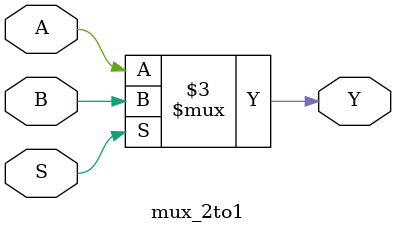
<source format=sv>
module top_module(
  input clk,
  input L,
  input q_in,
  input r_in,
  output reg Q
);

  reg [2:0] r;
  wire [2:0] q;
  wire [1:0] mux_out;

  // Instantiate submodule 1
  flipflop u1(
    .clk(clk),
    .D(r[0]),
    .Q(q[0])
  );

  // Instantiate submodule 2
  flipflop u2(
    .clk(clk),
    .D(r[1]),
    .Q(q[1])
  );

  // Instantiate submodule 3
  mux_2to1 u3(
    .A(q[0]),
    .B(r_in),
    .S(L),
    .Y(mux_out[0])
  );

  always @(posedge clk) begin
    r[0] <= q_in;
    r[1] <= mux_out[0];
    
    if (L) begin
      Q <= r_in;
    end else begin
      Q <= {Q[1] ^ Q[2], Q[0], Q[2]};
    end
  end
endmodule
module flipflop(
  input clk,
  input D,
  output reg Q
);
  always @(posedge clk) begin
    Q <= D;
  end
endmodule
module mux_2to1(
  input A,
  input B,
  input S,
  output reg Y
);
  always @(*) begin
    if (S)
      Y <= B;
    else
      Y <= A;
  end
endmodule

</source>
